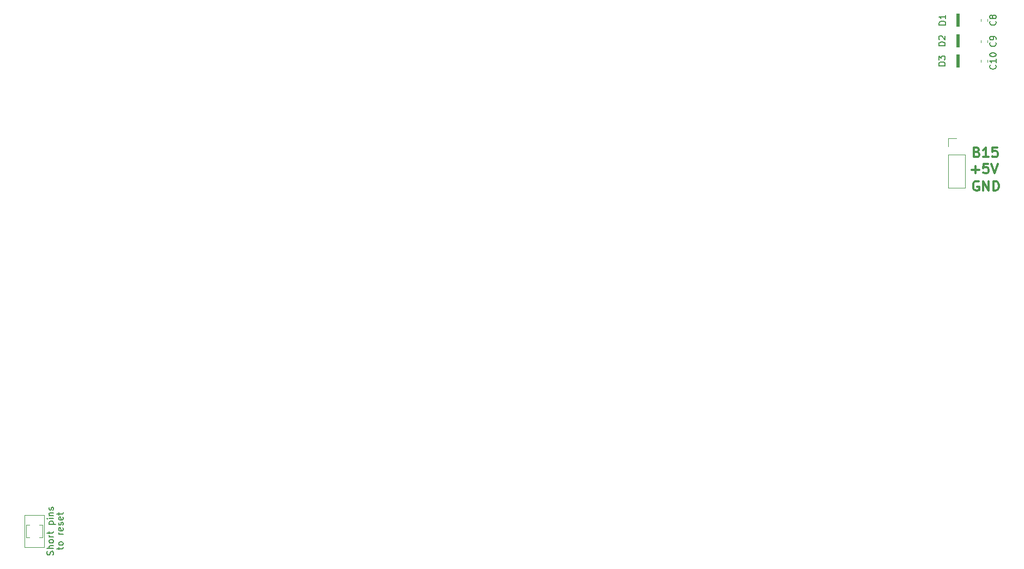
<source format=gbr>
G04 #@! TF.GenerationSoftware,KiCad,Pcbnew,(6.0.6)*
G04 #@! TF.CreationDate,2022-08-06T11:36:07+01:00*
G04 #@! TF.ProjectId,cypher,63797068-6572-42e6-9b69-6361645f7063,rev?*
G04 #@! TF.SameCoordinates,Original*
G04 #@! TF.FileFunction,Legend,Top*
G04 #@! TF.FilePolarity,Positive*
%FSLAX46Y46*%
G04 Gerber Fmt 4.6, Leading zero omitted, Abs format (unit mm)*
G04 Created by KiCad (PCBNEW (6.0.6)) date 2022-08-06 11:36:07*
%MOMM*%
%LPD*%
G01*
G04 APERTURE LIST*
%ADD10C,0.300000*%
%ADD11C,0.150000*%
%ADD12C,0.120000*%
G04 APERTURE END LIST*
D10*
X318151778Y-136407942D02*
X319294635Y-136407942D01*
X318723207Y-136979371D02*
X318723207Y-135836514D01*
X320723207Y-135479371D02*
X320008921Y-135479371D01*
X319937492Y-136193657D01*
X320008921Y-136122228D01*
X320151778Y-136050800D01*
X320508921Y-136050800D01*
X320651778Y-136122228D01*
X320723207Y-136193657D01*
X320794635Y-136336514D01*
X320794635Y-136693657D01*
X320723207Y-136836514D01*
X320651778Y-136907942D01*
X320508921Y-136979371D01*
X320151778Y-136979371D01*
X320008921Y-136907942D01*
X319937492Y-136836514D01*
X321223207Y-135479371D02*
X321723207Y-136979371D01*
X322223207Y-135479371D01*
X319224492Y-138256800D02*
X319081635Y-138185371D01*
X318867350Y-138185371D01*
X318653064Y-138256800D01*
X318510207Y-138399657D01*
X318438778Y-138542514D01*
X318367350Y-138828228D01*
X318367350Y-139042514D01*
X318438778Y-139328228D01*
X318510207Y-139471085D01*
X318653064Y-139613942D01*
X318867350Y-139685371D01*
X319010207Y-139685371D01*
X319224492Y-139613942D01*
X319295921Y-139542514D01*
X319295921Y-139042514D01*
X319010207Y-139042514D01*
X319938778Y-139685371D02*
X319938778Y-138185371D01*
X320795921Y-139685371D01*
X320795921Y-138185371D01*
X321510207Y-139685371D02*
X321510207Y-138185371D01*
X321867350Y-138185371D01*
X322081635Y-138256800D01*
X322224492Y-138399657D01*
X322295921Y-138542514D01*
X322367350Y-138828228D01*
X322367350Y-139042514D01*
X322295921Y-139328228D01*
X322224492Y-139471085D01*
X322081635Y-139613942D01*
X321867350Y-139685371D01*
X321510207Y-139685371D01*
X318972571Y-133668657D02*
X319186857Y-133740085D01*
X319258285Y-133811514D01*
X319329714Y-133954371D01*
X319329714Y-134168657D01*
X319258285Y-134311514D01*
X319186857Y-134382942D01*
X319044000Y-134454371D01*
X318472571Y-134454371D01*
X318472571Y-132954371D01*
X318972571Y-132954371D01*
X319115428Y-133025800D01*
X319186857Y-133097228D01*
X319258285Y-133240085D01*
X319258285Y-133382942D01*
X319186857Y-133525800D01*
X319115428Y-133597228D01*
X318972571Y-133668657D01*
X318472571Y-133668657D01*
X320758285Y-134454371D02*
X319901142Y-134454371D01*
X320329714Y-134454371D02*
X320329714Y-132954371D01*
X320186857Y-133168657D01*
X320044000Y-133311514D01*
X319901142Y-133382942D01*
X322115428Y-132954371D02*
X321401142Y-132954371D01*
X321329714Y-133668657D01*
X321401142Y-133597228D01*
X321544000Y-133525800D01*
X321901142Y-133525800D01*
X322044000Y-133597228D01*
X322115428Y-133668657D01*
X322186857Y-133811514D01*
X322186857Y-134168657D01*
X322115428Y-134311514D01*
X322044000Y-134382942D01*
X321901142Y-134454371D01*
X321544000Y-134454371D01*
X321401142Y-134382942D01*
X321329714Y-134311514D01*
D11*
X176404114Y-195492452D02*
X176404114Y-195111500D01*
X176070780Y-195349595D02*
X176927923Y-195349595D01*
X177023161Y-195301976D01*
X177070780Y-195206738D01*
X177070780Y-195111500D01*
X177070780Y-194635309D02*
X177023161Y-194730547D01*
X176975542Y-194778166D01*
X176880304Y-194825785D01*
X176594590Y-194825785D01*
X176499352Y-194778166D01*
X176451733Y-194730547D01*
X176404114Y-194635309D01*
X176404114Y-194492452D01*
X176451733Y-194397214D01*
X176499352Y-194349595D01*
X176594590Y-194301976D01*
X176880304Y-194301976D01*
X176975542Y-194349595D01*
X177023161Y-194397214D01*
X177070780Y-194492452D01*
X177070780Y-194635309D01*
X177070780Y-193111500D02*
X176404114Y-193111500D01*
X176594590Y-193111500D02*
X176499352Y-193063880D01*
X176451733Y-193016261D01*
X176404114Y-192921023D01*
X176404114Y-192825785D01*
X177023161Y-192111500D02*
X177070780Y-192206738D01*
X177070780Y-192397214D01*
X177023161Y-192492452D01*
X176927923Y-192540071D01*
X176546971Y-192540071D01*
X176451733Y-192492452D01*
X176404114Y-192397214D01*
X176404114Y-192206738D01*
X176451733Y-192111500D01*
X176546971Y-192063880D01*
X176642209Y-192063880D01*
X176737447Y-192540071D01*
X177023161Y-191682928D02*
X177070780Y-191587690D01*
X177070780Y-191397214D01*
X177023161Y-191301976D01*
X176927923Y-191254357D01*
X176880304Y-191254357D01*
X176785066Y-191301976D01*
X176737447Y-191397214D01*
X176737447Y-191540071D01*
X176689828Y-191635309D01*
X176594590Y-191682928D01*
X176546971Y-191682928D01*
X176451733Y-191635309D01*
X176404114Y-191540071D01*
X176404114Y-191397214D01*
X176451733Y-191301976D01*
X177023161Y-190444833D02*
X177070780Y-190540071D01*
X177070780Y-190730547D01*
X177023161Y-190825785D01*
X176927923Y-190873404D01*
X176546971Y-190873404D01*
X176451733Y-190825785D01*
X176404114Y-190730547D01*
X176404114Y-190540071D01*
X176451733Y-190444833D01*
X176546971Y-190397214D01*
X176642209Y-190397214D01*
X176737447Y-190873404D01*
X176404114Y-190111500D02*
X176404114Y-189730547D01*
X176070780Y-189968642D02*
X176927923Y-189968642D01*
X177023161Y-189921023D01*
X177070780Y-189825785D01*
X177070780Y-189730547D01*
X175523161Y-196325785D02*
X175570780Y-196182928D01*
X175570780Y-195944833D01*
X175523161Y-195849595D01*
X175475542Y-195801976D01*
X175380304Y-195754357D01*
X175285066Y-195754357D01*
X175189828Y-195801976D01*
X175142209Y-195849595D01*
X175094590Y-195944833D01*
X175046971Y-196135309D01*
X174999352Y-196230547D01*
X174951733Y-196278166D01*
X174856495Y-196325785D01*
X174761257Y-196325785D01*
X174666019Y-196278166D01*
X174618400Y-196230547D01*
X174570780Y-196135309D01*
X174570780Y-195897214D01*
X174618400Y-195754357D01*
X175570780Y-195325785D02*
X174570780Y-195325785D01*
X175570780Y-194897214D02*
X175046971Y-194897214D01*
X174951733Y-194944833D01*
X174904114Y-195040071D01*
X174904114Y-195182928D01*
X174951733Y-195278166D01*
X174999352Y-195325785D01*
X175570780Y-194278166D02*
X175523161Y-194373404D01*
X175475542Y-194421023D01*
X175380304Y-194468642D01*
X175094590Y-194468642D01*
X174999352Y-194421023D01*
X174951733Y-194373404D01*
X174904114Y-194278166D01*
X174904114Y-194135309D01*
X174951733Y-194040071D01*
X174999352Y-193992452D01*
X175094590Y-193944833D01*
X175380304Y-193944833D01*
X175475542Y-193992452D01*
X175523161Y-194040071D01*
X175570780Y-194135309D01*
X175570780Y-194278166D01*
X175570780Y-193516261D02*
X174904114Y-193516261D01*
X175094590Y-193516261D02*
X174999352Y-193468642D01*
X174951733Y-193421023D01*
X174904114Y-193325785D01*
X174904114Y-193230547D01*
X174904114Y-193040071D02*
X174904114Y-192659119D01*
X174570780Y-192897214D02*
X175427923Y-192897214D01*
X175523161Y-192849595D01*
X175570780Y-192754357D01*
X175570780Y-192659119D01*
X174904114Y-191563880D02*
X175904114Y-191563880D01*
X174951733Y-191563880D02*
X174904114Y-191468642D01*
X174904114Y-191278166D01*
X174951733Y-191182928D01*
X174999352Y-191135309D01*
X175094590Y-191087690D01*
X175380304Y-191087690D01*
X175475542Y-191135309D01*
X175523161Y-191182928D01*
X175570780Y-191278166D01*
X175570780Y-191468642D01*
X175523161Y-191563880D01*
X175570780Y-190659119D02*
X174904114Y-190659119D01*
X174570780Y-190659119D02*
X174618400Y-190706738D01*
X174666019Y-190659119D01*
X174618400Y-190611500D01*
X174570780Y-190659119D01*
X174666019Y-190659119D01*
X174904114Y-190182928D02*
X175570780Y-190182928D01*
X174999352Y-190182928D02*
X174951733Y-190135309D01*
X174904114Y-190040071D01*
X174904114Y-189897214D01*
X174951733Y-189801976D01*
X175046971Y-189754357D01*
X175570780Y-189754357D01*
X175523161Y-189325785D02*
X175570780Y-189230547D01*
X175570780Y-189040071D01*
X175523161Y-188944833D01*
X175427923Y-188897214D01*
X175380304Y-188897214D01*
X175285066Y-188944833D01*
X175237447Y-189040071D01*
X175237447Y-189182928D01*
X175189828Y-189278166D01*
X175094590Y-189325785D01*
X175046971Y-189325785D01*
X174951733Y-189278166D01*
X174904114Y-189182928D01*
X174904114Y-189040071D01*
X174951733Y-188944833D01*
X314104280Y-113895095D02*
X313104280Y-113895095D01*
X313104280Y-113657000D01*
X313151900Y-113514142D01*
X313247138Y-113418904D01*
X313342376Y-113371285D01*
X313532852Y-113323666D01*
X313675709Y-113323666D01*
X313866185Y-113371285D01*
X313961423Y-113418904D01*
X314056661Y-113514142D01*
X314104280Y-113657000D01*
X314104280Y-113895095D01*
X314104280Y-112371285D02*
X314104280Y-112942714D01*
X314104280Y-112657000D02*
X313104280Y-112657000D01*
X313247138Y-112752238D01*
X313342376Y-112847476D01*
X313389995Y-112942714D01*
X314040780Y-117133595D02*
X313040780Y-117133595D01*
X313040780Y-116895500D01*
X313088400Y-116752642D01*
X313183638Y-116657404D01*
X313278876Y-116609785D01*
X313469352Y-116562166D01*
X313612209Y-116562166D01*
X313802685Y-116609785D01*
X313897923Y-116657404D01*
X313993161Y-116752642D01*
X314040780Y-116895500D01*
X314040780Y-117133595D01*
X313136019Y-116181214D02*
X313088400Y-116133595D01*
X313040780Y-116038357D01*
X313040780Y-115800261D01*
X313088400Y-115705023D01*
X313136019Y-115657404D01*
X313231257Y-115609785D01*
X313326495Y-115609785D01*
X313469352Y-115657404D01*
X314040780Y-116228833D01*
X314040780Y-115609785D01*
X314040780Y-120245095D02*
X313040780Y-120245095D01*
X313040780Y-120007000D01*
X313088400Y-119864142D01*
X313183638Y-119768904D01*
X313278876Y-119721285D01*
X313469352Y-119673666D01*
X313612209Y-119673666D01*
X313802685Y-119721285D01*
X313897923Y-119768904D01*
X313993161Y-119864142D01*
X314040780Y-120007000D01*
X314040780Y-120245095D01*
X313040780Y-119340333D02*
X313040780Y-118721285D01*
X313421733Y-119054619D01*
X313421733Y-118911761D01*
X313469352Y-118816523D01*
X313516971Y-118768904D01*
X313612209Y-118721285D01*
X313850304Y-118721285D01*
X313945542Y-118768904D01*
X313993161Y-118816523D01*
X314040780Y-118911761D01*
X314040780Y-119197476D01*
X313993161Y-119292714D01*
X313945542Y-119340333D01*
X321852542Y-113323666D02*
X321900161Y-113371285D01*
X321947780Y-113514142D01*
X321947780Y-113609380D01*
X321900161Y-113752238D01*
X321804923Y-113847476D01*
X321709685Y-113895095D01*
X321519209Y-113942714D01*
X321376352Y-113942714D01*
X321185876Y-113895095D01*
X321090638Y-113847476D01*
X320995400Y-113752238D01*
X320947780Y-113609380D01*
X320947780Y-113514142D01*
X320995400Y-113371285D01*
X321043019Y-113323666D01*
X321376352Y-112752238D02*
X321328733Y-112847476D01*
X321281114Y-112895095D01*
X321185876Y-112942714D01*
X321138257Y-112942714D01*
X321043019Y-112895095D01*
X320995400Y-112847476D01*
X320947780Y-112752238D01*
X320947780Y-112561761D01*
X320995400Y-112466523D01*
X321043019Y-112418904D01*
X321138257Y-112371285D01*
X321185876Y-112371285D01*
X321281114Y-112418904D01*
X321328733Y-112466523D01*
X321376352Y-112561761D01*
X321376352Y-112752238D01*
X321423971Y-112847476D01*
X321471590Y-112895095D01*
X321566828Y-112942714D01*
X321757304Y-112942714D01*
X321852542Y-112895095D01*
X321900161Y-112847476D01*
X321947780Y-112752238D01*
X321947780Y-112561761D01*
X321900161Y-112466523D01*
X321852542Y-112418904D01*
X321757304Y-112371285D01*
X321566828Y-112371285D01*
X321471590Y-112418904D01*
X321423971Y-112466523D01*
X321376352Y-112561761D01*
X321852542Y-116625666D02*
X321900161Y-116673285D01*
X321947780Y-116816142D01*
X321947780Y-116911380D01*
X321900161Y-117054238D01*
X321804923Y-117149476D01*
X321709685Y-117197095D01*
X321519209Y-117244714D01*
X321376352Y-117244714D01*
X321185876Y-117197095D01*
X321090638Y-117149476D01*
X320995400Y-117054238D01*
X320947780Y-116911380D01*
X320947780Y-116816142D01*
X320995400Y-116673285D01*
X321043019Y-116625666D01*
X321947780Y-116149476D02*
X321947780Y-115959000D01*
X321900161Y-115863761D01*
X321852542Y-115816142D01*
X321709685Y-115720904D01*
X321519209Y-115673285D01*
X321138257Y-115673285D01*
X321043019Y-115720904D01*
X320995400Y-115768523D01*
X320947780Y-115863761D01*
X320947780Y-116054238D01*
X320995400Y-116149476D01*
X321043019Y-116197095D01*
X321138257Y-116244714D01*
X321376352Y-116244714D01*
X321471590Y-116197095D01*
X321519209Y-116149476D01*
X321566828Y-116054238D01*
X321566828Y-115863761D01*
X321519209Y-115768523D01*
X321471590Y-115720904D01*
X321376352Y-115673285D01*
X321852542Y-120149857D02*
X321900161Y-120197476D01*
X321947780Y-120340333D01*
X321947780Y-120435571D01*
X321900161Y-120578428D01*
X321804923Y-120673666D01*
X321709685Y-120721285D01*
X321519209Y-120768904D01*
X321376352Y-120768904D01*
X321185876Y-120721285D01*
X321090638Y-120673666D01*
X320995400Y-120578428D01*
X320947780Y-120435571D01*
X320947780Y-120340333D01*
X320995400Y-120197476D01*
X321043019Y-120149857D01*
X321947780Y-119197476D02*
X321947780Y-119768904D01*
X321947780Y-119483190D02*
X320947780Y-119483190D01*
X321090638Y-119578428D01*
X321185876Y-119673666D01*
X321233495Y-119768904D01*
X320947780Y-118578428D02*
X320947780Y-118483190D01*
X320995400Y-118387952D01*
X321043019Y-118340333D01*
X321138257Y-118292714D01*
X321328733Y-118245095D01*
X321566828Y-118245095D01*
X321757304Y-118292714D01*
X321852542Y-118340333D01*
X321900161Y-118387952D01*
X321947780Y-118483190D01*
X321947780Y-118578428D01*
X321900161Y-118673666D01*
X321852542Y-118721285D01*
X321757304Y-118768904D01*
X321566828Y-118816523D01*
X321328733Y-118816523D01*
X321138257Y-118768904D01*
X321043019Y-118721285D01*
X320995400Y-118673666D01*
X320947780Y-118578428D01*
D12*
X314480900Y-131512000D02*
X315810900Y-131512000D01*
X314480900Y-134112000D02*
X314480900Y-139252000D01*
X317140900Y-134112000D02*
X317140900Y-139252000D01*
X314480900Y-139252000D02*
X317140900Y-139252000D01*
X314480900Y-132842000D02*
X314480900Y-131512000D01*
X314480900Y-134112000D02*
X317140900Y-134112000D01*
X171118400Y-190111500D02*
X174118400Y-190111500D01*
X174118400Y-195111500D02*
X171118400Y-195111500D01*
X173893400Y-191611500D02*
X173893400Y-193636500D01*
X174118400Y-190111500D02*
X174118400Y-195111500D01*
X173358400Y-191611500D02*
X173893400Y-191611500D01*
X171875900Y-191611500D02*
X171343400Y-191611500D01*
X171118400Y-195111500D02*
X171118400Y-190111500D01*
X171343400Y-193636500D02*
X171343400Y-191611500D01*
X171878400Y-193636500D02*
X171343400Y-193636500D01*
X173893400Y-193636500D02*
X173360900Y-193636500D01*
G36*
X316310900Y-114157000D02*
G01*
X315810900Y-114157000D01*
X315810900Y-112157000D01*
X316310900Y-112157000D01*
X316310900Y-114157000D01*
G37*
G36*
X316247400Y-117395500D02*
G01*
X315747400Y-117395500D01*
X315747400Y-115395500D01*
X316247400Y-115395500D01*
X316247400Y-117395500D01*
G37*
G36*
X316247400Y-120507000D02*
G01*
X315747400Y-120507000D01*
X315747400Y-118507000D01*
X316247400Y-118507000D01*
X316247400Y-120507000D01*
G37*
X319555400Y-113016420D02*
X319555400Y-113297580D01*
X320575400Y-113016420D02*
X320575400Y-113297580D01*
X319555400Y-116318420D02*
X319555400Y-116599580D01*
X320575400Y-116318420D02*
X320575400Y-116599580D01*
X320575400Y-119366420D02*
X320575400Y-119647580D01*
X319555400Y-119366420D02*
X319555400Y-119647580D01*
M02*

</source>
